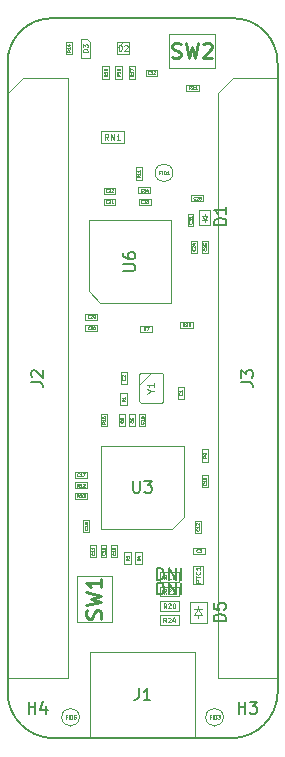
<source format=gbr>
G04 #@! TF.GenerationSoftware,KiCad,Pcbnew,(6.0.5)*
G04 #@! TF.CreationDate,2022-12-13T18:03:46-08:00*
G04 #@! TF.ProjectId,pico-ice,7069636f-2d69-4636-952e-6b696361645f,REV1*
G04 #@! TF.SameCoordinates,Original*
G04 #@! TF.FileFunction,AssemblyDrawing,Top*
%FSLAX46Y46*%
G04 Gerber Fmt 4.6, Leading zero omitted, Abs format (unit mm)*
G04 Created by KiCad (PCBNEW (6.0.5)) date 2022-12-13 18:03:46*
%MOMM*%
%LPD*%
G01*
G04 APERTURE LIST*
%ADD10C,0.127000*%
%ADD11C,0.040000*%
%ADD12C,0.150000*%
%ADD13C,0.060000*%
%ADD14C,0.254000*%
%ADD15C,0.075000*%
%ADD16C,0.050000*%
%ADD17C,0.090000*%
%ADD18C,0.100000*%
G04 APERTURE END LIST*
D10*
X60960000Y-130810000D02*
G75*
G03*
X64770000Y-134620000I3919500J109500D01*
G01*
X83820000Y-77470000D02*
G75*
G03*
X80010000Y-73660000I-3754300J55700D01*
G01*
X60960000Y-130810000D02*
X60960000Y-77470000D01*
X64770000Y-73660000D02*
X80010000Y-73660000D01*
X64770000Y-73660000D02*
G75*
G03*
X60960000Y-77470000I-55700J-3754300D01*
G01*
X80010000Y-134620000D02*
G75*
G03*
X83820000Y-130810000I-109500J3919500D01*
G01*
X80010000Y-134620000D02*
X64770000Y-134620000D01*
X83820000Y-77470000D02*
X83820000Y-130810000D01*
D11*
X69383419Y-78424542D02*
X69259609Y-78511209D01*
X69383419Y-78573114D02*
X69123419Y-78573114D01*
X69123419Y-78474066D01*
X69135800Y-78449304D01*
X69148180Y-78436923D01*
X69172942Y-78424542D01*
X69210085Y-78424542D01*
X69234847Y-78436923D01*
X69247228Y-78449304D01*
X69259609Y-78474066D01*
X69259609Y-78573114D01*
X69383419Y-78176923D02*
X69383419Y-78325495D01*
X69383419Y-78251209D02*
X69123419Y-78251209D01*
X69160561Y-78275971D01*
X69185323Y-78300733D01*
X69197704Y-78325495D01*
X69383419Y-78053114D02*
X69383419Y-78003590D01*
X69371038Y-77978828D01*
X69358657Y-77966447D01*
X69321514Y-77941685D01*
X69271990Y-77929304D01*
X69172942Y-77929304D01*
X69148180Y-77941685D01*
X69135800Y-77954066D01*
X69123419Y-77978828D01*
X69123419Y-78028352D01*
X69135800Y-78053114D01*
X69148180Y-78065495D01*
X69172942Y-78077876D01*
X69234847Y-78077876D01*
X69259609Y-78065495D01*
X69271990Y-78053114D01*
X69284371Y-78028352D01*
X69284371Y-77978828D01*
X69271990Y-77954066D01*
X69259609Y-77941685D01*
X69234847Y-77929304D01*
D12*
X62738095Y-132532380D02*
X62738095Y-131532380D01*
X62738095Y-132008571D02*
X63309523Y-132008571D01*
X63309523Y-132532380D02*
X63309523Y-131532380D01*
X64214285Y-131865714D02*
X64214285Y-132532380D01*
X63976190Y-131484761D02*
X63738095Y-132199047D01*
X64357142Y-132199047D01*
D11*
X72453885Y-107856714D02*
X72465790Y-107868619D01*
X72477695Y-107904333D01*
X72477695Y-107928142D01*
X72465790Y-107963857D01*
X72441980Y-107987666D01*
X72418171Y-107999571D01*
X72370552Y-108011476D01*
X72334838Y-108011476D01*
X72287219Y-107999571D01*
X72263409Y-107987666D01*
X72239600Y-107963857D01*
X72227695Y-107928142D01*
X72227695Y-107904333D01*
X72239600Y-107868619D01*
X72251504Y-107856714D01*
X72477695Y-107618619D02*
X72477695Y-107761476D01*
X72477695Y-107690047D02*
X72227695Y-107690047D01*
X72263409Y-107713857D01*
X72287219Y-107737666D01*
X72299123Y-107761476D01*
X72227695Y-107404333D02*
X72227695Y-107451952D01*
X72239600Y-107475761D01*
X72251504Y-107487666D01*
X72287219Y-107511476D01*
X72334838Y-107523380D01*
X72430076Y-107523380D01*
X72453885Y-107511476D01*
X72465790Y-107499571D01*
X72477695Y-107475761D01*
X72477695Y-107428142D01*
X72465790Y-107404333D01*
X72453885Y-107392428D01*
X72430076Y-107380523D01*
X72370552Y-107380523D01*
X72346742Y-107392428D01*
X72334838Y-107404333D01*
X72322933Y-107428142D01*
X72322933Y-107475761D01*
X72334838Y-107499571D01*
X72346742Y-107511476D01*
X72370552Y-107523380D01*
D13*
X77295352Y-121450019D02*
X76895352Y-121450019D01*
X76895352Y-121297638D01*
X76914400Y-121259542D01*
X76933447Y-121240495D01*
X76971542Y-121221447D01*
X77028685Y-121221447D01*
X77066780Y-121240495D01*
X77085828Y-121259542D01*
X77104876Y-121297638D01*
X77104876Y-121450019D01*
X76895352Y-121107161D02*
X76895352Y-120878590D01*
X77295352Y-120992876D02*
X76895352Y-120992876D01*
X77257257Y-120516685D02*
X77276304Y-120535733D01*
X77295352Y-120592876D01*
X77295352Y-120630971D01*
X77276304Y-120688114D01*
X77238209Y-120726209D01*
X77200114Y-120745257D01*
X77123923Y-120764304D01*
X77066780Y-120764304D01*
X76990590Y-120745257D01*
X76952495Y-120726209D01*
X76914400Y-120688114D01*
X76895352Y-120630971D01*
X76895352Y-120592876D01*
X76914400Y-120535733D01*
X76933447Y-120516685D01*
X77295352Y-120135733D02*
X77295352Y-120364304D01*
X77295352Y-120250019D02*
X76895352Y-120250019D01*
X76952495Y-120288114D01*
X76990590Y-120326209D01*
X77009638Y-120364304D01*
D11*
X67885885Y-99022285D02*
X67873980Y-99034190D01*
X67838266Y-99046095D01*
X67814457Y-99046095D01*
X67778742Y-99034190D01*
X67754933Y-99010380D01*
X67743028Y-98986571D01*
X67731123Y-98938952D01*
X67731123Y-98903238D01*
X67743028Y-98855619D01*
X67754933Y-98831809D01*
X67778742Y-98808000D01*
X67814457Y-98796095D01*
X67838266Y-98796095D01*
X67873980Y-98808000D01*
X67885885Y-98819904D01*
X67981123Y-98819904D02*
X67993028Y-98808000D01*
X68016838Y-98796095D01*
X68076361Y-98796095D01*
X68100171Y-98808000D01*
X68112076Y-98819904D01*
X68123980Y-98843714D01*
X68123980Y-98867523D01*
X68112076Y-98903238D01*
X67969219Y-99046095D01*
X68123980Y-99046095D01*
X68243028Y-99046095D02*
X68290647Y-99046095D01*
X68314457Y-99034190D01*
X68326361Y-99022285D01*
X68350171Y-98986571D01*
X68362076Y-98938952D01*
X68362076Y-98843714D01*
X68350171Y-98819904D01*
X68338266Y-98808000D01*
X68314457Y-98796095D01*
X68266838Y-98796095D01*
X68243028Y-98808000D01*
X68231123Y-98819904D01*
X68219219Y-98843714D01*
X68219219Y-98903238D01*
X68231123Y-98927047D01*
X68243028Y-98938952D01*
X68266838Y-98950857D01*
X68314457Y-98950857D01*
X68338266Y-98938952D01*
X68350171Y-98927047D01*
X68362076Y-98903238D01*
X77152885Y-116899114D02*
X77164790Y-116911019D01*
X77176695Y-116946733D01*
X77176695Y-116970542D01*
X77164790Y-117006257D01*
X77140980Y-117030066D01*
X77117171Y-117041971D01*
X77069552Y-117053876D01*
X77033838Y-117053876D01*
X76986219Y-117041971D01*
X76962409Y-117030066D01*
X76938600Y-117006257D01*
X76926695Y-116970542D01*
X76926695Y-116946733D01*
X76938600Y-116911019D01*
X76950504Y-116899114D01*
X77176695Y-116661019D02*
X77176695Y-116803876D01*
X77176695Y-116732447D02*
X76926695Y-116732447D01*
X76962409Y-116756257D01*
X76986219Y-116780066D01*
X76998123Y-116803876D01*
X76950504Y-116565780D02*
X76938600Y-116553876D01*
X76926695Y-116530066D01*
X76926695Y-116470542D01*
X76938600Y-116446733D01*
X76950504Y-116434828D01*
X76974314Y-116422923D01*
X76998123Y-116422923D01*
X77033838Y-116434828D01*
X77176695Y-116577685D01*
X77176695Y-116422923D01*
X70066285Y-118956514D02*
X70078190Y-118968419D01*
X70090095Y-119004133D01*
X70090095Y-119027942D01*
X70078190Y-119063657D01*
X70054380Y-119087466D01*
X70030571Y-119099371D01*
X69982952Y-119111276D01*
X69947238Y-119111276D01*
X69899619Y-119099371D01*
X69875809Y-119087466D01*
X69852000Y-119063657D01*
X69840095Y-119027942D01*
X69840095Y-119004133D01*
X69852000Y-118968419D01*
X69863904Y-118956514D01*
X70090095Y-118718419D02*
X70090095Y-118861276D01*
X70090095Y-118789847D02*
X69840095Y-118789847D01*
X69875809Y-118813657D01*
X69899619Y-118837466D01*
X69911523Y-118861276D01*
X70090095Y-118599371D02*
X70090095Y-118551752D01*
X70078190Y-118527942D01*
X70066285Y-118516038D01*
X70030571Y-118492228D01*
X69982952Y-118480323D01*
X69887714Y-118480323D01*
X69863904Y-118492228D01*
X69852000Y-118504133D01*
X69840095Y-118527942D01*
X69840095Y-118575561D01*
X69852000Y-118599371D01*
X69863904Y-118611276D01*
X69887714Y-118623180D01*
X69947238Y-118623180D01*
X69971047Y-118611276D01*
X69982952Y-118599371D01*
X69994857Y-118575561D01*
X69994857Y-118527942D01*
X69982952Y-118504133D01*
X69971047Y-118492228D01*
X69947238Y-118480323D01*
X67885885Y-99987485D02*
X67873980Y-99999390D01*
X67838266Y-100011295D01*
X67814457Y-100011295D01*
X67778742Y-99999390D01*
X67754933Y-99975580D01*
X67743028Y-99951771D01*
X67731123Y-99904152D01*
X67731123Y-99868438D01*
X67743028Y-99820819D01*
X67754933Y-99797009D01*
X67778742Y-99773200D01*
X67814457Y-99761295D01*
X67838266Y-99761295D01*
X67873980Y-99773200D01*
X67885885Y-99785104D01*
X67969219Y-99761295D02*
X68123980Y-99761295D01*
X68040647Y-99856533D01*
X68076361Y-99856533D01*
X68100171Y-99868438D01*
X68112076Y-99880342D01*
X68123980Y-99904152D01*
X68123980Y-99963676D01*
X68112076Y-99987485D01*
X68100171Y-99999390D01*
X68076361Y-100011295D01*
X68004933Y-100011295D01*
X67981123Y-99999390D01*
X67969219Y-99987485D01*
X68278742Y-99761295D02*
X68302552Y-99761295D01*
X68326361Y-99773200D01*
X68338266Y-99785104D01*
X68350171Y-99808914D01*
X68362076Y-99856533D01*
X68362076Y-99916057D01*
X68350171Y-99963676D01*
X68338266Y-99987485D01*
X68326361Y-99999390D01*
X68302552Y-100011295D01*
X68278742Y-100011295D01*
X68254933Y-99999390D01*
X68243028Y-99987485D01*
X68231123Y-99963676D01*
X68219219Y-99916057D01*
X68219219Y-99856533D01*
X68231123Y-99808914D01*
X68243028Y-99785104D01*
X68254933Y-99773200D01*
X68278742Y-99761295D01*
D13*
X67744952Y-76495238D02*
X67344952Y-76495238D01*
X67344952Y-76400000D01*
X67364000Y-76342857D01*
X67402095Y-76304761D01*
X67440190Y-76285714D01*
X67516380Y-76266666D01*
X67573523Y-76266666D01*
X67649714Y-76285714D01*
X67687809Y-76304761D01*
X67725904Y-76342857D01*
X67744952Y-76400000D01*
X67744952Y-76495238D01*
X67344952Y-76133333D02*
X67344952Y-75885714D01*
X67497333Y-76019047D01*
X67497333Y-75961904D01*
X67516380Y-75923809D01*
X67535428Y-75904761D01*
X67573523Y-75885714D01*
X67668761Y-75885714D01*
X67706857Y-75904761D01*
X67725904Y-75923809D01*
X67744952Y-75961904D01*
X67744952Y-76076190D01*
X67725904Y-76114285D01*
X67706857Y-76133333D01*
D11*
X66996885Y-112408085D02*
X66984980Y-112419990D01*
X66949266Y-112431895D01*
X66925457Y-112431895D01*
X66889742Y-112419990D01*
X66865933Y-112396180D01*
X66854028Y-112372371D01*
X66842123Y-112324752D01*
X66842123Y-112289038D01*
X66854028Y-112241419D01*
X66865933Y-112217609D01*
X66889742Y-112193800D01*
X66925457Y-112181895D01*
X66949266Y-112181895D01*
X66984980Y-112193800D01*
X66996885Y-112205704D01*
X67234980Y-112431895D02*
X67092123Y-112431895D01*
X67163552Y-112431895D02*
X67163552Y-112181895D01*
X67139742Y-112217609D01*
X67115933Y-112241419D01*
X67092123Y-112253323D01*
X67318314Y-112181895D02*
X67484980Y-112181895D01*
X67377838Y-112431895D01*
X69435285Y-88354285D02*
X69423380Y-88366190D01*
X69387666Y-88378095D01*
X69363857Y-88378095D01*
X69328142Y-88366190D01*
X69304333Y-88342380D01*
X69292428Y-88318571D01*
X69280523Y-88270952D01*
X69280523Y-88235238D01*
X69292428Y-88187619D01*
X69304333Y-88163809D01*
X69328142Y-88140000D01*
X69363857Y-88128095D01*
X69387666Y-88128095D01*
X69423380Y-88140000D01*
X69435285Y-88151904D01*
X69530523Y-88151904D02*
X69542428Y-88140000D01*
X69566238Y-88128095D01*
X69625761Y-88128095D01*
X69649571Y-88140000D01*
X69661476Y-88151904D01*
X69673380Y-88175714D01*
X69673380Y-88199523D01*
X69661476Y-88235238D01*
X69518619Y-88378095D01*
X69673380Y-88378095D01*
X69768619Y-88151904D02*
X69780523Y-88140000D01*
X69804333Y-88128095D01*
X69863857Y-88128095D01*
X69887666Y-88140000D01*
X69899571Y-88151904D01*
X69911476Y-88175714D01*
X69911476Y-88199523D01*
X69899571Y-88235238D01*
X69756714Y-88378095D01*
X69911476Y-88378095D01*
X75943575Y-99736419D02*
X75856908Y-99612609D01*
X75795003Y-99736419D02*
X75795003Y-99476419D01*
X75894051Y-99476419D01*
X75918813Y-99488800D01*
X75931194Y-99501180D01*
X75943575Y-99525942D01*
X75943575Y-99563085D01*
X75931194Y-99587847D01*
X75918813Y-99600228D01*
X75894051Y-99612609D01*
X75795003Y-99612609D01*
X76042622Y-99501180D02*
X76055003Y-99488800D01*
X76079765Y-99476419D01*
X76141670Y-99476419D01*
X76166432Y-99488800D01*
X76178813Y-99501180D01*
X76191194Y-99525942D01*
X76191194Y-99550704D01*
X76178813Y-99587847D01*
X76030241Y-99736419D01*
X76191194Y-99736419D01*
X76426432Y-99476419D02*
X76302622Y-99476419D01*
X76290241Y-99600228D01*
X76302622Y-99587847D01*
X76327384Y-99575466D01*
X76389289Y-99575466D01*
X76414051Y-99587847D01*
X76426432Y-99600228D01*
X76438813Y-99624990D01*
X76438813Y-99686895D01*
X76426432Y-99711657D01*
X76414051Y-99724038D01*
X76389289Y-99736419D01*
X76327384Y-99736419D01*
X76302622Y-99724038D01*
X76290241Y-99711657D01*
X69435285Y-89294085D02*
X69423380Y-89305990D01*
X69387666Y-89317895D01*
X69363857Y-89317895D01*
X69328142Y-89305990D01*
X69304333Y-89282180D01*
X69292428Y-89258371D01*
X69280523Y-89210752D01*
X69280523Y-89175038D01*
X69292428Y-89127419D01*
X69304333Y-89103609D01*
X69328142Y-89079800D01*
X69363857Y-89067895D01*
X69387666Y-89067895D01*
X69423380Y-89079800D01*
X69435285Y-89091704D01*
X69530523Y-89091704D02*
X69542428Y-89079800D01*
X69566238Y-89067895D01*
X69625761Y-89067895D01*
X69649571Y-89079800D01*
X69661476Y-89091704D01*
X69673380Y-89115514D01*
X69673380Y-89139323D01*
X69661476Y-89175038D01*
X69518619Y-89317895D01*
X69673380Y-89317895D01*
X69911476Y-89317895D02*
X69768619Y-89317895D01*
X69840047Y-89317895D02*
X69840047Y-89067895D01*
X69816238Y-89103609D01*
X69792428Y-89127419D01*
X69768619Y-89139323D01*
X77098133Y-118834285D02*
X77086228Y-118846190D01*
X77050514Y-118858095D01*
X77026704Y-118858095D01*
X76990990Y-118846190D01*
X76967180Y-118822380D01*
X76955276Y-118798571D01*
X76943371Y-118750952D01*
X76943371Y-118715238D01*
X76955276Y-118667619D01*
X76967180Y-118643809D01*
X76990990Y-118620000D01*
X77026704Y-118608095D01*
X77050514Y-118608095D01*
X77086228Y-118620000D01*
X77098133Y-118631904D01*
X77181466Y-118608095D02*
X77336228Y-118608095D01*
X77252895Y-118703333D01*
X77288609Y-118703333D01*
X77312419Y-118715238D01*
X77324323Y-118727142D01*
X77336228Y-118750952D01*
X77336228Y-118810476D01*
X77324323Y-118834285D01*
X77312419Y-118846190D01*
X77288609Y-118858095D01*
X77217180Y-118858095D01*
X77193371Y-118846190D01*
X77181466Y-118834285D01*
X71590285Y-107737666D02*
X71602190Y-107749571D01*
X71614095Y-107785285D01*
X71614095Y-107809095D01*
X71602190Y-107844809D01*
X71578380Y-107868619D01*
X71554571Y-107880523D01*
X71506952Y-107892428D01*
X71471238Y-107892428D01*
X71423619Y-107880523D01*
X71399809Y-107868619D01*
X71376000Y-107844809D01*
X71364095Y-107809095D01*
X71364095Y-107785285D01*
X71376000Y-107749571D01*
X71387904Y-107737666D01*
X71364095Y-107511476D02*
X71364095Y-107630523D01*
X71483142Y-107642428D01*
X71471238Y-107630523D01*
X71459333Y-107606714D01*
X71459333Y-107547190D01*
X71471238Y-107523380D01*
X71483142Y-107511476D01*
X71506952Y-107499571D01*
X71566476Y-107499571D01*
X71590285Y-107511476D01*
X71602190Y-107523380D01*
X71614095Y-107547190D01*
X71614095Y-107606714D01*
X71602190Y-107630523D01*
X71590285Y-107642428D01*
D14*
X74887666Y-76968047D02*
X75069095Y-77028523D01*
X75371476Y-77028523D01*
X75492428Y-76968047D01*
X75552904Y-76907571D01*
X75613380Y-76786619D01*
X75613380Y-76665666D01*
X75552904Y-76544714D01*
X75492428Y-76484238D01*
X75371476Y-76423761D01*
X75129571Y-76363285D01*
X75008619Y-76302809D01*
X74948142Y-76242333D01*
X74887666Y-76121380D01*
X74887666Y-76000428D01*
X74948142Y-75879476D01*
X75008619Y-75819000D01*
X75129571Y-75758523D01*
X75431952Y-75758523D01*
X75613380Y-75819000D01*
X76036714Y-75758523D02*
X76339095Y-77028523D01*
X76581000Y-76121380D01*
X76822904Y-77028523D01*
X77125285Y-75758523D01*
X77548619Y-75879476D02*
X77609095Y-75819000D01*
X77730047Y-75758523D01*
X78032428Y-75758523D01*
X78153380Y-75819000D01*
X78213857Y-75879476D01*
X78274333Y-76000428D01*
X78274333Y-76121380D01*
X78213857Y-76302809D01*
X77488142Y-77028523D01*
X78274333Y-77028523D01*
D11*
X72152019Y-119423333D02*
X72028209Y-119510000D01*
X72152019Y-119571904D02*
X71892019Y-119571904D01*
X71892019Y-119472857D01*
X71904400Y-119448095D01*
X71916780Y-119435714D01*
X71941542Y-119423333D01*
X71978685Y-119423333D01*
X72003447Y-119435714D01*
X72015828Y-119448095D01*
X72028209Y-119472857D01*
X72028209Y-119571904D01*
X71978685Y-119200476D02*
X72152019Y-119200476D01*
X71879638Y-119262380D02*
X72065352Y-119324285D01*
X72065352Y-119163333D01*
D12*
X73626790Y-121221780D02*
X73626790Y-120221780D01*
X73864885Y-120221780D01*
X74007742Y-120269400D01*
X74102980Y-120364638D01*
X74150600Y-120459876D01*
X74198219Y-120650352D01*
X74198219Y-120793209D01*
X74150600Y-120983685D01*
X74102980Y-121078923D01*
X74007742Y-121174161D01*
X73864885Y-121221780D01*
X73626790Y-121221780D01*
X74626790Y-121221780D02*
X74626790Y-120221780D01*
X75198219Y-121221780D01*
X75198219Y-120221780D01*
X75674409Y-121221780D02*
X75674409Y-120221780D01*
D13*
X74393457Y-122380352D02*
X74260123Y-122189876D01*
X74164885Y-122380352D02*
X74164885Y-121980352D01*
X74317266Y-121980352D01*
X74355361Y-121999400D01*
X74374409Y-122018447D01*
X74393457Y-122056542D01*
X74393457Y-122113685D01*
X74374409Y-122151780D01*
X74355361Y-122170828D01*
X74317266Y-122189876D01*
X74164885Y-122189876D01*
X74545838Y-122018447D02*
X74564885Y-121999400D01*
X74602980Y-121980352D01*
X74698219Y-121980352D01*
X74736314Y-121999400D01*
X74755361Y-122018447D01*
X74774409Y-122056542D01*
X74774409Y-122094638D01*
X74755361Y-122151780D01*
X74526790Y-122380352D01*
X74774409Y-122380352D01*
X74926790Y-122018447D02*
X74945838Y-121999400D01*
X74983933Y-121980352D01*
X75079171Y-121980352D01*
X75117266Y-121999400D01*
X75136314Y-122018447D01*
X75155361Y-122056542D01*
X75155361Y-122094638D01*
X75136314Y-122151780D01*
X74907742Y-122380352D01*
X75155361Y-122380352D01*
D11*
X71244020Y-119423333D02*
X71120210Y-119510000D01*
X71244020Y-119571904D02*
X70984020Y-119571904D01*
X70984020Y-119472857D01*
X70996401Y-119448095D01*
X71008781Y-119435714D01*
X71033543Y-119423333D01*
X71070686Y-119423333D01*
X71095448Y-119435714D01*
X71107829Y-119448095D01*
X71120210Y-119472857D01*
X71120210Y-119571904D01*
X70984020Y-119188095D02*
X70984020Y-119311904D01*
X71107829Y-119324285D01*
X71095448Y-119311904D01*
X71083067Y-119287142D01*
X71083067Y-119225238D01*
X71095448Y-119200476D01*
X71107829Y-119188095D01*
X71132591Y-119175714D01*
X71194496Y-119175714D01*
X71219258Y-119188095D01*
X71231639Y-119200476D01*
X71244020Y-119225238D01*
X71244020Y-119287142D01*
X71231639Y-119311904D01*
X71219258Y-119324285D01*
X68288285Y-118956514D02*
X68300190Y-118968419D01*
X68312095Y-119004133D01*
X68312095Y-119027942D01*
X68300190Y-119063657D01*
X68276380Y-119087466D01*
X68252571Y-119099371D01*
X68204952Y-119111276D01*
X68169238Y-119111276D01*
X68121619Y-119099371D01*
X68097809Y-119087466D01*
X68074000Y-119063657D01*
X68062095Y-119027942D01*
X68062095Y-119004133D01*
X68074000Y-118968419D01*
X68085904Y-118956514D01*
X68312095Y-118718419D02*
X68312095Y-118861276D01*
X68312095Y-118789847D02*
X68062095Y-118789847D01*
X68097809Y-118813657D01*
X68121619Y-118837466D01*
X68133523Y-118861276D01*
X68312095Y-118480323D02*
X68312095Y-118623180D01*
X68312095Y-118551752D02*
X68062095Y-118551752D01*
X68097809Y-118575561D01*
X68121619Y-118599371D01*
X68133523Y-118623180D01*
X67704085Y-116822914D02*
X67715990Y-116834819D01*
X67727895Y-116870533D01*
X67727895Y-116894342D01*
X67715990Y-116930057D01*
X67692180Y-116953866D01*
X67668371Y-116965771D01*
X67620752Y-116977676D01*
X67585038Y-116977676D01*
X67537419Y-116965771D01*
X67513609Y-116953866D01*
X67489800Y-116930057D01*
X67477895Y-116894342D01*
X67477895Y-116870533D01*
X67489800Y-116834819D01*
X67501704Y-116822914D01*
X67727895Y-116584819D02*
X67727895Y-116727676D01*
X67727895Y-116656247D02*
X67477895Y-116656247D01*
X67513609Y-116680057D01*
X67537419Y-116703866D01*
X67549323Y-116727676D01*
X67585038Y-116441961D02*
X67573133Y-116465771D01*
X67561228Y-116477676D01*
X67537419Y-116489580D01*
X67525514Y-116489580D01*
X67501704Y-116477676D01*
X67489800Y-116465771D01*
X67477895Y-116441961D01*
X67477895Y-116394342D01*
X67489800Y-116370533D01*
X67501704Y-116358628D01*
X67525514Y-116346723D01*
X67537419Y-116346723D01*
X67561228Y-116358628D01*
X67573133Y-116370533D01*
X67585038Y-116394342D01*
X67585038Y-116441961D01*
X67596942Y-116465771D01*
X67608847Y-116477676D01*
X67632657Y-116489580D01*
X67680276Y-116489580D01*
X67704085Y-116477676D01*
X67715990Y-116465771D01*
X67727895Y-116441961D01*
X67727895Y-116394342D01*
X67715990Y-116370533D01*
X67704085Y-116358628D01*
X67680276Y-116346723D01*
X67632657Y-116346723D01*
X67608847Y-116358628D01*
X67596942Y-116370533D01*
X67585038Y-116394342D01*
X71593219Y-78424542D02*
X71469409Y-78511209D01*
X71593219Y-78573114D02*
X71333219Y-78573114D01*
X71333219Y-78474066D01*
X71345600Y-78449304D01*
X71357980Y-78436923D01*
X71382742Y-78424542D01*
X71419885Y-78424542D01*
X71444647Y-78436923D01*
X71457028Y-78449304D01*
X71469409Y-78474066D01*
X71469409Y-78573114D01*
X71593219Y-78176923D02*
X71593219Y-78325495D01*
X71593219Y-78251209D02*
X71333219Y-78251209D01*
X71370361Y-78275971D01*
X71395123Y-78300733D01*
X71407504Y-78325495D01*
X71333219Y-78090257D02*
X71333219Y-77916923D01*
X71593219Y-78028352D01*
X77772803Y-93183585D02*
X77784708Y-93195490D01*
X77796613Y-93231204D01*
X77796613Y-93255013D01*
X77784708Y-93290728D01*
X77760898Y-93314537D01*
X77737089Y-93326442D01*
X77689470Y-93338347D01*
X77653756Y-93338347D01*
X77606137Y-93326442D01*
X77582327Y-93314537D01*
X77558518Y-93290728D01*
X77546613Y-93255013D01*
X77546613Y-93231204D01*
X77558518Y-93195490D01*
X77570422Y-93183585D01*
X77570422Y-93088347D02*
X77558518Y-93076442D01*
X77546613Y-93052632D01*
X77546613Y-92993109D01*
X77558518Y-92969299D01*
X77570422Y-92957394D01*
X77594232Y-92945490D01*
X77618041Y-92945490D01*
X77653756Y-92957394D01*
X77796613Y-93100251D01*
X77796613Y-92945490D01*
X77546613Y-92719299D02*
X77546613Y-92838347D01*
X77665660Y-92850251D01*
X77653756Y-92838347D01*
X77641851Y-92814537D01*
X77641851Y-92755013D01*
X77653756Y-92731204D01*
X77665660Y-92719299D01*
X77689470Y-92707394D01*
X77748994Y-92707394D01*
X77772803Y-92719299D01*
X77784708Y-92731204D01*
X77796613Y-92755013D01*
X77796613Y-92814537D01*
X77784708Y-92838347D01*
X77772803Y-92850251D01*
X72636384Y-100074690D02*
X72549718Y-99950880D01*
X72487813Y-100074690D02*
X72487813Y-99814690D01*
X72586860Y-99814690D01*
X72611622Y-99827071D01*
X72624003Y-99839451D01*
X72636384Y-99864213D01*
X72636384Y-99901356D01*
X72624003Y-99926118D01*
X72611622Y-99938499D01*
X72586860Y-99950880D01*
X72487813Y-99950880D01*
X72723051Y-99814690D02*
X72896384Y-99814690D01*
X72784956Y-100074690D01*
D12*
X72056666Y-130389380D02*
X72056666Y-131103666D01*
X72009047Y-131246523D01*
X71913809Y-131341761D01*
X71770952Y-131389380D01*
X71675714Y-131389380D01*
X73056666Y-131389380D02*
X72485238Y-131389380D01*
X72770952Y-131389380D02*
X72770952Y-130389380D01*
X72675714Y-130532238D01*
X72580476Y-130627476D01*
X72485238Y-130675095D01*
D11*
X75705085Y-105400866D02*
X75716990Y-105412771D01*
X75728895Y-105448485D01*
X75728895Y-105472295D01*
X75716990Y-105508009D01*
X75693180Y-105531819D01*
X75669371Y-105543723D01*
X75621752Y-105555628D01*
X75586038Y-105555628D01*
X75538419Y-105543723D01*
X75514609Y-105531819D01*
X75490800Y-105508009D01*
X75478895Y-105472295D01*
X75478895Y-105448485D01*
X75490800Y-105412771D01*
X75502704Y-105400866D01*
X75728895Y-105162771D02*
X75728895Y-105305628D01*
X75728895Y-105234200D02*
X75478895Y-105234200D01*
X75514609Y-105258009D01*
X75538419Y-105281819D01*
X75550323Y-105305628D01*
X77790819Y-110711133D02*
X77667009Y-110797800D01*
X77790819Y-110859704D02*
X77530819Y-110859704D01*
X77530819Y-110760657D01*
X77543200Y-110735895D01*
X77555580Y-110723514D01*
X77580342Y-110711133D01*
X77617485Y-110711133D01*
X77642247Y-110723514D01*
X77654628Y-110735895D01*
X77667009Y-110760657D01*
X77667009Y-110859704D01*
X77790819Y-110587323D02*
X77790819Y-110537800D01*
X77778438Y-110513038D01*
X77766057Y-110500657D01*
X77728914Y-110475895D01*
X77679390Y-110463514D01*
X77580342Y-110463514D01*
X77555580Y-110475895D01*
X77543200Y-110488276D01*
X77530819Y-110513038D01*
X77530819Y-110562561D01*
X77543200Y-110587323D01*
X77555580Y-110599704D01*
X77580342Y-110612085D01*
X77642247Y-110612085D01*
X77667009Y-110599704D01*
X77679390Y-110587323D01*
X77691771Y-110562561D01*
X77691771Y-110513038D01*
X77679390Y-110488276D01*
X77667009Y-110475895D01*
X77642247Y-110463514D01*
D12*
X80732380Y-104473333D02*
X81446666Y-104473333D01*
X81589523Y-104520952D01*
X81684761Y-104616190D01*
X81732380Y-104759047D01*
X81732380Y-104854285D01*
X80732380Y-104092380D02*
X80732380Y-103473333D01*
X81113333Y-103806666D01*
X81113333Y-103663809D01*
X81160952Y-103568571D01*
X81208571Y-103520952D01*
X81303809Y-103473333D01*
X81541904Y-103473333D01*
X81637142Y-103520952D01*
X81684761Y-103568571D01*
X81732380Y-103663809D01*
X81732380Y-103949523D01*
X81684761Y-104044761D01*
X81637142Y-104092380D01*
D13*
X74391557Y-124818752D02*
X74258223Y-124628276D01*
X74162985Y-124818752D02*
X74162985Y-124418752D01*
X74315366Y-124418752D01*
X74353461Y-124437800D01*
X74372509Y-124456847D01*
X74391557Y-124494942D01*
X74391557Y-124552085D01*
X74372509Y-124590180D01*
X74353461Y-124609228D01*
X74315366Y-124628276D01*
X74162985Y-124628276D01*
X74543938Y-124456847D02*
X74562985Y-124437800D01*
X74601080Y-124418752D01*
X74696319Y-124418752D01*
X74734414Y-124437800D01*
X74753461Y-124456847D01*
X74772509Y-124494942D01*
X74772509Y-124533038D01*
X74753461Y-124590180D01*
X74524890Y-124818752D01*
X74772509Y-124818752D01*
X75115366Y-124552085D02*
X75115366Y-124818752D01*
X75020128Y-124399704D02*
X74924890Y-124685419D01*
X75172509Y-124685419D01*
D12*
X79416780Y-124690095D02*
X78416780Y-124690095D01*
X78416780Y-124452000D01*
X78464400Y-124309142D01*
X78559638Y-124213904D01*
X78654876Y-124166285D01*
X78845352Y-124118666D01*
X78988209Y-124118666D01*
X79178685Y-124166285D01*
X79273923Y-124213904D01*
X79369161Y-124309142D01*
X79416780Y-124452000D01*
X79416780Y-124690095D01*
X78416780Y-123213904D02*
X78416780Y-123690095D01*
X78892971Y-123737714D01*
X78845352Y-123690095D01*
X78797733Y-123594857D01*
X78797733Y-123356761D01*
X78845352Y-123261523D01*
X78892971Y-123213904D01*
X78988209Y-123166285D01*
X79226304Y-123166285D01*
X79321542Y-123213904D01*
X79369161Y-123261523D01*
X79416780Y-123356761D01*
X79416780Y-123594857D01*
X79369161Y-123690095D01*
X79321542Y-123737714D01*
D11*
X77762485Y-113038314D02*
X77774390Y-113050219D01*
X77786295Y-113085933D01*
X77786295Y-113109742D01*
X77774390Y-113145457D01*
X77750580Y-113169266D01*
X77726771Y-113181171D01*
X77679152Y-113193076D01*
X77643438Y-113193076D01*
X77595819Y-113181171D01*
X77572009Y-113169266D01*
X77548200Y-113145457D01*
X77536295Y-113109742D01*
X77536295Y-113085933D01*
X77548200Y-113050219D01*
X77560104Y-113038314D01*
X77786295Y-112800219D02*
X77786295Y-112943076D01*
X77786295Y-112871647D02*
X77536295Y-112871647D01*
X77572009Y-112895457D01*
X77595819Y-112919266D01*
X77607723Y-112943076D01*
X77536295Y-112574028D02*
X77536295Y-112693076D01*
X77655342Y-112704980D01*
X77643438Y-112693076D01*
X77631533Y-112669266D01*
X77631533Y-112609742D01*
X77643438Y-112585933D01*
X77655342Y-112574028D01*
X77679152Y-112562123D01*
X77738676Y-112562123D01*
X77762485Y-112574028D01*
X77774390Y-112585933D01*
X77786295Y-112609742D01*
X77786295Y-112669266D01*
X77774390Y-112693076D01*
X77762485Y-112704980D01*
D15*
X70369952Y-76426190D02*
X70369952Y-75926190D01*
X70489000Y-75926190D01*
X70560428Y-75950000D01*
X70608047Y-75997619D01*
X70631857Y-76045238D01*
X70655666Y-76140476D01*
X70655666Y-76211904D01*
X70631857Y-76307142D01*
X70608047Y-76354761D01*
X70560428Y-76402380D01*
X70489000Y-76426190D01*
X70369952Y-76426190D01*
X70846142Y-75973809D02*
X70869952Y-75950000D01*
X70917571Y-75926190D01*
X71036619Y-75926190D01*
X71084238Y-75950000D01*
X71108047Y-75973809D01*
X71131857Y-76021428D01*
X71131857Y-76069047D01*
X71108047Y-76140476D01*
X70822333Y-76426190D01*
X71131857Y-76426190D01*
D11*
X70726685Y-107737666D02*
X70738590Y-107749571D01*
X70750495Y-107785285D01*
X70750495Y-107809095D01*
X70738590Y-107844809D01*
X70714780Y-107868619D01*
X70690971Y-107880523D01*
X70643352Y-107892428D01*
X70607638Y-107892428D01*
X70560019Y-107880523D01*
X70536209Y-107868619D01*
X70512400Y-107844809D01*
X70500495Y-107809095D01*
X70500495Y-107785285D01*
X70512400Y-107749571D01*
X70524304Y-107737666D01*
X70500495Y-107523380D02*
X70500495Y-107571000D01*
X70512400Y-107594809D01*
X70524304Y-107606714D01*
X70560019Y-107630523D01*
X70607638Y-107642428D01*
X70702876Y-107642428D01*
X70726685Y-107630523D01*
X70738590Y-107618619D01*
X70750495Y-107594809D01*
X70750495Y-107547190D01*
X70738590Y-107523380D01*
X70726685Y-107511476D01*
X70702876Y-107499571D01*
X70643352Y-107499571D01*
X70619542Y-107511476D01*
X70607638Y-107523380D01*
X70595733Y-107547190D01*
X70595733Y-107594809D01*
X70607638Y-107618619D01*
X70619542Y-107630523D01*
X70643352Y-107642428D01*
X66284619Y-76367142D02*
X66160809Y-76453809D01*
X66284619Y-76515714D02*
X66024619Y-76515714D01*
X66024619Y-76416666D01*
X66037000Y-76391904D01*
X66049380Y-76379523D01*
X66074142Y-76367142D01*
X66111285Y-76367142D01*
X66136047Y-76379523D01*
X66148428Y-76391904D01*
X66160809Y-76416666D01*
X66160809Y-76515714D01*
X66284619Y-76119523D02*
X66284619Y-76268095D01*
X66284619Y-76193809D02*
X66024619Y-76193809D01*
X66061761Y-76218571D01*
X66086523Y-76243333D01*
X66098904Y-76268095D01*
X66111285Y-75896666D02*
X66284619Y-75896666D01*
X66012238Y-75958571D02*
X66197952Y-76020476D01*
X66197952Y-75859523D01*
X76543285Y-90917514D02*
X76555190Y-90929419D01*
X76567095Y-90965133D01*
X76567095Y-90988942D01*
X76555190Y-91024657D01*
X76531380Y-91048466D01*
X76507571Y-91060371D01*
X76459952Y-91072276D01*
X76424238Y-91072276D01*
X76376619Y-91060371D01*
X76352809Y-91048466D01*
X76329000Y-91024657D01*
X76317095Y-90988942D01*
X76317095Y-90965133D01*
X76329000Y-90929419D01*
X76340904Y-90917514D01*
X76317095Y-90834180D02*
X76317095Y-90679419D01*
X76412333Y-90762752D01*
X76412333Y-90727038D01*
X76424238Y-90703228D01*
X76436142Y-90691323D01*
X76459952Y-90679419D01*
X76519476Y-90679419D01*
X76543285Y-90691323D01*
X76555190Y-90703228D01*
X76567095Y-90727038D01*
X76567095Y-90798466D01*
X76555190Y-90822276D01*
X76543285Y-90834180D01*
X76567095Y-90441323D02*
X76567095Y-90584180D01*
X76567095Y-90512752D02*
X76317095Y-90512752D01*
X76352809Y-90536561D01*
X76376619Y-90560371D01*
X76388523Y-90584180D01*
X69231019Y-107863142D02*
X69107209Y-107949809D01*
X69231019Y-108011714D02*
X68971019Y-108011714D01*
X68971019Y-107912666D01*
X68983400Y-107887904D01*
X68995780Y-107875523D01*
X69020542Y-107863142D01*
X69057685Y-107863142D01*
X69082447Y-107875523D01*
X69094828Y-107887904D01*
X69107209Y-107912666D01*
X69107209Y-108011714D01*
X69231019Y-107615523D02*
X69231019Y-107764095D01*
X69231019Y-107689809D02*
X68971019Y-107689809D01*
X69008161Y-107714571D01*
X69032923Y-107739333D01*
X69045304Y-107764095D01*
X68971019Y-107392666D02*
X68971019Y-107442190D01*
X68983400Y-107466952D01*
X68995780Y-107479333D01*
X69032923Y-107504095D01*
X69082447Y-107516476D01*
X69181495Y-107516476D01*
X69206257Y-107504095D01*
X69218638Y-107491714D01*
X69231019Y-107466952D01*
X69231019Y-107417428D01*
X69218638Y-107392666D01*
X69206257Y-107380285D01*
X69181495Y-107367904D01*
X69119590Y-107367904D01*
X69094828Y-107380285D01*
X69082447Y-107392666D01*
X69070066Y-107417428D01*
X69070066Y-107466952D01*
X69082447Y-107491714D01*
X69094828Y-107504095D01*
X69119590Y-107516476D01*
X66988457Y-114239819D02*
X66901790Y-114116009D01*
X66839885Y-114239819D02*
X66839885Y-113979819D01*
X66938933Y-113979819D01*
X66963695Y-113992200D01*
X66976076Y-114004580D01*
X66988457Y-114029342D01*
X66988457Y-114066485D01*
X66976076Y-114091247D01*
X66963695Y-114103628D01*
X66938933Y-114116009D01*
X66839885Y-114116009D01*
X67087504Y-114004580D02*
X67099885Y-113992200D01*
X67124647Y-113979819D01*
X67186552Y-113979819D01*
X67211314Y-113992200D01*
X67223695Y-114004580D01*
X67236076Y-114029342D01*
X67236076Y-114054104D01*
X67223695Y-114091247D01*
X67075123Y-114239819D01*
X67236076Y-114239819D01*
X67322742Y-113979819D02*
X67483695Y-113979819D01*
X67397028Y-114078866D01*
X67434171Y-114078866D01*
X67458933Y-114091247D01*
X67471314Y-114103628D01*
X67483695Y-114128390D01*
X67483695Y-114190295D01*
X67471314Y-114215057D01*
X67458933Y-114227438D01*
X67434171Y-114239819D01*
X67359885Y-114239819D01*
X67335123Y-114227438D01*
X67322742Y-114215057D01*
D12*
X62952380Y-104473333D02*
X63666666Y-104473333D01*
X63809523Y-104520952D01*
X63904761Y-104616190D01*
X63952380Y-104759047D01*
X63952380Y-104854285D01*
X63047619Y-104044761D02*
X63000000Y-103997142D01*
X62952380Y-103901904D01*
X62952380Y-103663809D01*
X63000000Y-103568571D01*
X63047619Y-103520952D01*
X63142857Y-103473333D01*
X63238095Y-103473333D01*
X63380952Y-103520952D01*
X63952380Y-104092380D01*
X63952380Y-103473333D01*
D16*
X78164571Y-132820571D02*
X78064571Y-132820571D01*
X78064571Y-132977714D02*
X78064571Y-132677714D01*
X78207428Y-132677714D01*
X78321714Y-132977714D02*
X78321714Y-132677714D01*
X78464571Y-132977714D02*
X78464571Y-132677714D01*
X78536000Y-132677714D01*
X78578857Y-132692000D01*
X78607428Y-132720571D01*
X78621714Y-132749142D01*
X78636000Y-132806285D01*
X78636000Y-132849142D01*
X78621714Y-132906285D01*
X78607428Y-132934857D01*
X78578857Y-132963428D01*
X78536000Y-132977714D01*
X78464571Y-132977714D01*
X78736000Y-132677714D02*
X78921714Y-132677714D01*
X78821714Y-132792000D01*
X78864571Y-132792000D01*
X78893142Y-132806285D01*
X78907428Y-132820571D01*
X78921714Y-132849142D01*
X78921714Y-132920571D01*
X78907428Y-132949142D01*
X78893142Y-132963428D01*
X78864571Y-132977714D01*
X78778857Y-132977714D01*
X78750285Y-132963428D01*
X78736000Y-132949142D01*
D11*
X72404485Y-89294085D02*
X72392580Y-89305990D01*
X72356866Y-89317895D01*
X72333057Y-89317895D01*
X72297342Y-89305990D01*
X72273533Y-89282180D01*
X72261628Y-89258371D01*
X72249723Y-89210752D01*
X72249723Y-89175038D01*
X72261628Y-89127419D01*
X72273533Y-89103609D01*
X72297342Y-89079800D01*
X72333057Y-89067895D01*
X72356866Y-89067895D01*
X72392580Y-89079800D01*
X72404485Y-89091704D01*
X72487819Y-89067895D02*
X72642580Y-89067895D01*
X72559247Y-89163133D01*
X72594961Y-89163133D01*
X72618771Y-89175038D01*
X72630676Y-89186942D01*
X72642580Y-89210752D01*
X72642580Y-89270276D01*
X72630676Y-89294085D01*
X72618771Y-89305990D01*
X72594961Y-89317895D01*
X72523533Y-89317895D01*
X72499723Y-89305990D01*
X72487819Y-89294085D01*
X72725914Y-89067895D02*
X72880676Y-89067895D01*
X72797342Y-89163133D01*
X72833057Y-89163133D01*
X72856866Y-89175038D01*
X72868771Y-89186942D01*
X72880676Y-89210752D01*
X72880676Y-89270276D01*
X72868771Y-89294085D01*
X72856866Y-89305990D01*
X72833057Y-89317895D01*
X72761628Y-89317895D01*
X72737819Y-89305990D01*
X72725914Y-89294085D01*
D14*
X68840047Y-124502333D02*
X68900523Y-124320904D01*
X68900523Y-124018523D01*
X68840047Y-123897571D01*
X68779571Y-123837095D01*
X68658619Y-123776619D01*
X68537666Y-123776619D01*
X68416714Y-123837095D01*
X68356238Y-123897571D01*
X68295761Y-124018523D01*
X68235285Y-124260428D01*
X68174809Y-124381380D01*
X68114333Y-124441857D01*
X67993380Y-124502333D01*
X67872428Y-124502333D01*
X67751476Y-124441857D01*
X67691000Y-124381380D01*
X67630523Y-124260428D01*
X67630523Y-123958047D01*
X67691000Y-123776619D01*
X67630523Y-123353285D02*
X68900523Y-123050904D01*
X67993380Y-122809000D01*
X68900523Y-122567095D01*
X67630523Y-122264714D01*
X68900523Y-121115666D02*
X68900523Y-121841380D01*
X68900523Y-121478523D02*
X67630523Y-121478523D01*
X67811952Y-121599476D01*
X67932904Y-121720428D01*
X67993380Y-121841380D01*
D11*
X70475619Y-78424542D02*
X70351809Y-78511209D01*
X70475619Y-78573114D02*
X70215619Y-78573114D01*
X70215619Y-78474066D01*
X70228000Y-78449304D01*
X70240380Y-78436923D01*
X70265142Y-78424542D01*
X70302285Y-78424542D01*
X70327047Y-78436923D01*
X70339428Y-78449304D01*
X70351809Y-78474066D01*
X70351809Y-78573114D01*
X70475619Y-78176923D02*
X70475619Y-78325495D01*
X70475619Y-78251209D02*
X70215619Y-78251209D01*
X70252761Y-78275971D01*
X70277523Y-78300733D01*
X70289904Y-78325495D01*
X70327047Y-78028352D02*
X70314666Y-78053114D01*
X70302285Y-78065495D01*
X70277523Y-78077876D01*
X70265142Y-78077876D01*
X70240380Y-78065495D01*
X70228000Y-78053114D01*
X70215619Y-78028352D01*
X70215619Y-77978828D01*
X70228000Y-77954066D01*
X70240380Y-77941685D01*
X70265142Y-77929304D01*
X70277523Y-77929304D01*
X70302285Y-77941685D01*
X70314666Y-77954066D01*
X70327047Y-77978828D01*
X70327047Y-78028352D01*
X70339428Y-78053114D01*
X70351809Y-78065495D01*
X70376571Y-78077876D01*
X70426095Y-78077876D01*
X70450857Y-78065495D01*
X70463238Y-78053114D01*
X70475619Y-78028352D01*
X70475619Y-77978828D01*
X70463238Y-77954066D01*
X70450857Y-77941685D01*
X70426095Y-77929304D01*
X70376571Y-77929304D01*
X70351809Y-77941685D01*
X70339428Y-77954066D01*
X70327047Y-77978828D01*
D15*
X69489679Y-83978061D02*
X69323013Y-83739966D01*
X69203965Y-83978061D02*
X69203965Y-83478061D01*
X69394441Y-83478061D01*
X69442060Y-83501871D01*
X69465870Y-83525680D01*
X69489679Y-83573299D01*
X69489679Y-83644728D01*
X69465870Y-83692347D01*
X69442060Y-83716156D01*
X69394441Y-83739966D01*
X69203965Y-83739966D01*
X69703965Y-83978061D02*
X69703965Y-83478061D01*
X69989679Y-83978061D01*
X69989679Y-83478061D01*
X70489679Y-83978061D02*
X70203965Y-83978061D01*
X70346822Y-83978061D02*
X70346822Y-83478061D01*
X70299203Y-83549490D01*
X70251584Y-83597109D01*
X70203965Y-83620918D01*
D11*
X76464657Y-79670419D02*
X76377990Y-79546609D01*
X76316085Y-79670419D02*
X76316085Y-79410419D01*
X76415133Y-79410419D01*
X76439895Y-79422800D01*
X76452276Y-79435180D01*
X76464657Y-79459942D01*
X76464657Y-79497085D01*
X76452276Y-79521847D01*
X76439895Y-79534228D01*
X76415133Y-79546609D01*
X76316085Y-79546609D01*
X76563704Y-79435180D02*
X76576085Y-79422800D01*
X76600847Y-79410419D01*
X76662752Y-79410419D01*
X76687514Y-79422800D01*
X76699895Y-79435180D01*
X76712276Y-79459942D01*
X76712276Y-79484704D01*
X76699895Y-79521847D01*
X76551323Y-79670419D01*
X76712276Y-79670419D01*
X76959895Y-79670419D02*
X76811323Y-79670419D01*
X76885609Y-79670419D02*
X76885609Y-79410419D01*
X76860847Y-79447561D01*
X76836085Y-79472323D01*
X76811323Y-79484704D01*
D12*
X71602695Y-112837980D02*
X71602695Y-113647504D01*
X71650314Y-113742742D01*
X71697933Y-113790361D01*
X71793171Y-113837980D01*
X71983647Y-113837980D01*
X72078885Y-113790361D01*
X72126504Y-113742742D01*
X72174123Y-113647504D01*
X72174123Y-112837980D01*
X72555076Y-112837980D02*
X73174123Y-112837980D01*
X72840790Y-113218933D01*
X72983647Y-113218933D01*
X73078885Y-113266552D01*
X73126504Y-113314171D01*
X73174123Y-113409409D01*
X73174123Y-113647504D01*
X73126504Y-113742742D01*
X73078885Y-113790361D01*
X72983647Y-113837980D01*
X72697933Y-113837980D01*
X72602695Y-113790361D01*
X72555076Y-113742742D01*
X73626790Y-122440980D02*
X73626790Y-121440980D01*
X73864885Y-121440980D01*
X74007742Y-121488600D01*
X74102980Y-121583838D01*
X74150600Y-121679076D01*
X74198219Y-121869552D01*
X74198219Y-122012409D01*
X74150600Y-122202885D01*
X74102980Y-122298123D01*
X74007742Y-122393361D01*
X73864885Y-122440980D01*
X73626790Y-122440980D01*
X74626790Y-122440980D02*
X74626790Y-121440980D01*
X75198219Y-122440980D01*
X75198219Y-121440980D01*
X75674409Y-122440980D02*
X75674409Y-121440980D01*
D13*
X74393457Y-123599552D02*
X74260123Y-123409076D01*
X74164885Y-123599552D02*
X74164885Y-123199552D01*
X74317266Y-123199552D01*
X74355361Y-123218600D01*
X74374409Y-123237647D01*
X74393457Y-123275742D01*
X74393457Y-123332885D01*
X74374409Y-123370980D01*
X74355361Y-123390028D01*
X74317266Y-123409076D01*
X74164885Y-123409076D01*
X74545838Y-123237647D02*
X74564885Y-123218600D01*
X74602980Y-123199552D01*
X74698219Y-123199552D01*
X74736314Y-123218600D01*
X74755361Y-123237647D01*
X74774409Y-123275742D01*
X74774409Y-123313838D01*
X74755361Y-123370980D01*
X74526790Y-123599552D01*
X74774409Y-123599552D01*
X75022028Y-123199552D02*
X75060123Y-123199552D01*
X75098219Y-123218600D01*
X75117266Y-123237647D01*
X75136314Y-123275742D01*
X75155361Y-123351933D01*
X75155361Y-123447171D01*
X75136314Y-123523361D01*
X75117266Y-123561457D01*
X75098219Y-123580504D01*
X75060123Y-123599552D01*
X75022028Y-123599552D01*
X74983933Y-123580504D01*
X74964885Y-123561457D01*
X74945838Y-123523361D01*
X74926790Y-123447171D01*
X74926790Y-123351933D01*
X74945838Y-123275742D01*
X74964885Y-123237647D01*
X74983933Y-123218600D01*
X75022028Y-123199552D01*
D16*
X73882289Y-86727642D02*
X73782289Y-86727642D01*
X73782289Y-86884785D02*
X73782289Y-86584785D01*
X73925146Y-86584785D01*
X74039432Y-86884785D02*
X74039432Y-86584785D01*
X74182289Y-86884785D02*
X74182289Y-86584785D01*
X74253718Y-86584785D01*
X74296575Y-86599071D01*
X74325146Y-86627642D01*
X74339432Y-86656213D01*
X74353718Y-86713356D01*
X74353718Y-86756213D01*
X74339432Y-86813356D01*
X74325146Y-86841928D01*
X74296575Y-86870499D01*
X74253718Y-86884785D01*
X74182289Y-86884785D01*
X74639432Y-86884785D02*
X74468003Y-86884785D01*
X74553718Y-86884785D02*
X74553718Y-86584785D01*
X74525146Y-86627642D01*
X74496575Y-86656213D01*
X74468003Y-86670499D01*
D11*
X72187737Y-86992413D02*
X72063927Y-87079080D01*
X72187737Y-87140985D02*
X71927737Y-87140985D01*
X71927737Y-87041937D01*
X71940118Y-87017175D01*
X71952498Y-87004794D01*
X71977260Y-86992413D01*
X72014403Y-86992413D01*
X72039165Y-87004794D01*
X72051546Y-87017175D01*
X72063927Y-87041937D01*
X72063927Y-87140985D01*
X72187737Y-86744794D02*
X72187737Y-86893366D01*
X72187737Y-86819080D02*
X71927737Y-86819080D01*
X71964879Y-86843842D01*
X71989641Y-86868604D01*
X72002022Y-86893366D01*
X72187737Y-86497175D02*
X72187737Y-86645747D01*
X72187737Y-86571461D02*
X71927737Y-86571461D01*
X71964879Y-86596223D01*
X71989641Y-86620985D01*
X72002022Y-86645747D01*
D17*
X73112314Y-105238514D02*
X73398028Y-105238514D01*
X72798028Y-105438514D02*
X73112314Y-105238514D01*
X72798028Y-105038514D01*
X73398028Y-104524228D02*
X73398028Y-104867085D01*
X73398028Y-104695657D02*
X72798028Y-104695657D01*
X72883742Y-104752800D01*
X72940885Y-104809942D01*
X72969457Y-104867085D01*
D12*
X79482098Y-91162095D02*
X78482098Y-91162095D01*
X78482098Y-90924000D01*
X78529718Y-90781142D01*
X78624956Y-90685904D01*
X78720194Y-90638285D01*
X78910670Y-90590666D01*
X79053527Y-90590666D01*
X79244003Y-90638285D01*
X79339241Y-90685904D01*
X79434479Y-90781142D01*
X79482098Y-90924000D01*
X79482098Y-91162095D01*
X79482098Y-89638285D02*
X79482098Y-90209714D01*
X79482098Y-89924000D02*
X78482098Y-89924000D01*
X78624956Y-90019238D01*
X78720194Y-90114476D01*
X78767813Y-90209714D01*
X70775580Y-95046704D02*
X71585104Y-95046704D01*
X71680342Y-94999085D01*
X71727961Y-94951466D01*
X71775580Y-94856228D01*
X71775580Y-94665752D01*
X71727961Y-94570514D01*
X71680342Y-94522895D01*
X71585104Y-94475276D01*
X70775580Y-94475276D01*
X70775580Y-93570514D02*
X70775580Y-93760990D01*
X70823200Y-93856228D01*
X70870819Y-93903847D01*
X71013676Y-93999085D01*
X71204152Y-94046704D01*
X71585104Y-94046704D01*
X71680342Y-93999085D01*
X71727961Y-93951466D01*
X71775580Y-93856228D01*
X71775580Y-93665752D01*
X71727961Y-93570514D01*
X71680342Y-93522895D01*
X71585104Y-93475276D01*
X71347009Y-93475276D01*
X71251771Y-93522895D01*
X71204152Y-93570514D01*
X71156533Y-93665752D01*
X71156533Y-93856228D01*
X71204152Y-93951466D01*
X71251771Y-93999085D01*
X71347009Y-94046704D01*
X80518095Y-132532380D02*
X80518095Y-131532380D01*
X80518095Y-132008571D02*
X81089523Y-132008571D01*
X81089523Y-132532380D02*
X81089523Y-131532380D01*
X81470476Y-131532380D02*
X82089523Y-131532380D01*
X81756190Y-131913333D01*
X81899047Y-131913333D01*
X81994285Y-131960952D01*
X82041904Y-132008571D01*
X82089523Y-132103809D01*
X82089523Y-132341904D01*
X82041904Y-132437142D01*
X81994285Y-132484761D01*
X81899047Y-132532380D01*
X81613333Y-132532380D01*
X81518095Y-132484761D01*
X81470476Y-132437142D01*
D11*
X76852085Y-88989285D02*
X76840180Y-89001190D01*
X76804466Y-89013095D01*
X76780657Y-89013095D01*
X76744942Y-89001190D01*
X76721133Y-88977380D01*
X76709228Y-88953571D01*
X76697323Y-88905952D01*
X76697323Y-88870238D01*
X76709228Y-88822619D01*
X76721133Y-88798809D01*
X76744942Y-88775000D01*
X76780657Y-88763095D01*
X76804466Y-88763095D01*
X76840180Y-88775000D01*
X76852085Y-88786904D01*
X76947323Y-88786904D02*
X76959228Y-88775000D01*
X76983038Y-88763095D01*
X77042561Y-88763095D01*
X77066371Y-88775000D01*
X77078276Y-88786904D01*
X77090180Y-88810714D01*
X77090180Y-88834523D01*
X77078276Y-88870238D01*
X76935419Y-89013095D01*
X77090180Y-89013095D01*
X77233038Y-88870238D02*
X77209228Y-88858333D01*
X77197323Y-88846428D01*
X77185419Y-88822619D01*
X77185419Y-88810714D01*
X77197323Y-88786904D01*
X77209228Y-88775000D01*
X77233038Y-88763095D01*
X77280657Y-88763095D01*
X77304466Y-88775000D01*
X77316371Y-88786904D01*
X77328276Y-88810714D01*
X77328276Y-88822619D01*
X77316371Y-88846428D01*
X77304466Y-88858333D01*
X77280657Y-88870238D01*
X77233038Y-88870238D01*
X77209228Y-88882142D01*
X77197323Y-88894047D01*
X77185419Y-88917857D01*
X77185419Y-88965476D01*
X77197323Y-88989285D01*
X77209228Y-89001190D01*
X77233038Y-89013095D01*
X77280657Y-89013095D01*
X77304466Y-89001190D01*
X77316371Y-88989285D01*
X77328276Y-88965476D01*
X77328276Y-88917857D01*
X77316371Y-88894047D01*
X77304466Y-88882142D01*
X77280657Y-88870238D01*
X69177285Y-118956514D02*
X69189190Y-118968419D01*
X69201095Y-119004133D01*
X69201095Y-119027942D01*
X69189190Y-119063657D01*
X69165380Y-119087466D01*
X69141571Y-119099371D01*
X69093952Y-119111276D01*
X69058238Y-119111276D01*
X69010619Y-119099371D01*
X68986809Y-119087466D01*
X68963000Y-119063657D01*
X68951095Y-119027942D01*
X68951095Y-119004133D01*
X68963000Y-118968419D01*
X68974904Y-118956514D01*
X69201095Y-118718419D02*
X69201095Y-118861276D01*
X69201095Y-118789847D02*
X68951095Y-118789847D01*
X68986809Y-118813657D01*
X69010619Y-118837466D01*
X69022523Y-118861276D01*
X68951095Y-118563657D02*
X68951095Y-118539847D01*
X68963000Y-118516038D01*
X68974904Y-118504133D01*
X68998714Y-118492228D01*
X69046333Y-118480323D01*
X69105857Y-118480323D01*
X69153476Y-118492228D01*
X69177285Y-118504133D01*
X69189190Y-118516038D01*
X69201095Y-118539847D01*
X69201095Y-118563657D01*
X69189190Y-118587466D01*
X69177285Y-118599371D01*
X69153476Y-118611276D01*
X69105857Y-118623180D01*
X69046333Y-118623180D01*
X68998714Y-118611276D01*
X68974904Y-118599371D01*
X68963000Y-118587466D01*
X68951095Y-118563657D01*
X70879085Y-104130866D02*
X70890990Y-104142771D01*
X70902895Y-104178485D01*
X70902895Y-104202295D01*
X70890990Y-104238009D01*
X70867180Y-104261819D01*
X70843371Y-104273723D01*
X70795752Y-104285628D01*
X70760038Y-104285628D01*
X70712419Y-104273723D01*
X70688609Y-104261819D01*
X70664800Y-104238009D01*
X70652895Y-104202295D01*
X70652895Y-104178485D01*
X70664800Y-104142771D01*
X70676704Y-104130866D01*
X70676704Y-104035628D02*
X70664800Y-104023723D01*
X70652895Y-103999914D01*
X70652895Y-103940390D01*
X70664800Y-103916580D01*
X70676704Y-103904676D01*
X70700514Y-103892771D01*
X70724323Y-103892771D01*
X70760038Y-103904676D01*
X70902895Y-104047533D01*
X70902895Y-103892771D01*
X72381685Y-88328885D02*
X72369780Y-88340790D01*
X72334066Y-88352695D01*
X72310257Y-88352695D01*
X72274542Y-88340790D01*
X72250733Y-88316980D01*
X72238828Y-88293171D01*
X72226923Y-88245552D01*
X72226923Y-88209838D01*
X72238828Y-88162219D01*
X72250733Y-88138409D01*
X72274542Y-88114600D01*
X72310257Y-88102695D01*
X72334066Y-88102695D01*
X72369780Y-88114600D01*
X72381685Y-88126504D01*
X72465019Y-88102695D02*
X72619780Y-88102695D01*
X72536447Y-88197933D01*
X72572161Y-88197933D01*
X72595971Y-88209838D01*
X72607876Y-88221742D01*
X72619780Y-88245552D01*
X72619780Y-88305076D01*
X72607876Y-88328885D01*
X72595971Y-88340790D01*
X72572161Y-88352695D01*
X72500733Y-88352695D01*
X72476923Y-88340790D01*
X72465019Y-88328885D01*
X72834066Y-88186028D02*
X72834066Y-88352695D01*
X72774542Y-88090790D02*
X72715019Y-88269361D01*
X72869780Y-88269361D01*
X66990457Y-113325419D02*
X66903790Y-113201609D01*
X66841885Y-113325419D02*
X66841885Y-113065419D01*
X66940933Y-113065419D01*
X66965695Y-113077800D01*
X66978076Y-113090180D01*
X66990457Y-113114942D01*
X66990457Y-113152085D01*
X66978076Y-113176847D01*
X66965695Y-113189228D01*
X66940933Y-113201609D01*
X66841885Y-113201609D01*
X67238076Y-113325419D02*
X67089504Y-113325419D01*
X67163790Y-113325419D02*
X67163790Y-113065419D01*
X67139028Y-113102561D01*
X67114266Y-113127323D01*
X67089504Y-113139704D01*
X67337123Y-113090180D02*
X67349504Y-113077800D01*
X67374266Y-113065419D01*
X67436171Y-113065419D01*
X67460933Y-113077800D01*
X67473314Y-113090180D01*
X67485695Y-113114942D01*
X67485695Y-113139704D01*
X67473314Y-113176847D01*
X67324742Y-113325419D01*
X67485695Y-113325419D01*
X70907419Y-105961333D02*
X70783609Y-106048000D01*
X70907419Y-106109904D02*
X70647419Y-106109904D01*
X70647419Y-106010857D01*
X70659800Y-105986095D01*
X70672180Y-105973714D01*
X70696942Y-105961333D01*
X70734085Y-105961333D01*
X70758847Y-105973714D01*
X70771228Y-105986095D01*
X70783609Y-106010857D01*
X70783609Y-106109904D01*
X70907419Y-105713714D02*
X70907419Y-105862285D01*
X70907419Y-105788000D02*
X70647419Y-105788000D01*
X70684561Y-105812761D01*
X70709323Y-105837523D01*
X70721704Y-105862285D01*
D13*
X74393457Y-121161152D02*
X74260123Y-120970676D01*
X74164885Y-121161152D02*
X74164885Y-120761152D01*
X74317266Y-120761152D01*
X74355361Y-120780200D01*
X74374409Y-120799247D01*
X74393457Y-120837342D01*
X74393457Y-120894485D01*
X74374409Y-120932580D01*
X74355361Y-120951628D01*
X74317266Y-120970676D01*
X74164885Y-120970676D01*
X74774409Y-121161152D02*
X74545838Y-121161152D01*
X74660123Y-121161152D02*
X74660123Y-120761152D01*
X74622028Y-120818295D01*
X74583933Y-120856390D01*
X74545838Y-120875438D01*
X75022028Y-120761152D02*
X75060123Y-120761152D01*
X75098219Y-120780200D01*
X75117266Y-120799247D01*
X75136314Y-120837342D01*
X75155361Y-120913533D01*
X75155361Y-121008771D01*
X75136314Y-121084961D01*
X75117266Y-121123057D01*
X75098219Y-121142104D01*
X75060123Y-121161152D01*
X75022028Y-121161152D01*
X74983933Y-121142104D01*
X74964885Y-121123057D01*
X74945838Y-121084961D01*
X74926790Y-121008771D01*
X74926790Y-120913533D01*
X74945838Y-120837342D01*
X74964885Y-120799247D01*
X74983933Y-120780200D01*
X75022028Y-120761152D01*
D11*
X76807603Y-93183585D02*
X76819508Y-93195490D01*
X76831413Y-93231204D01*
X76831413Y-93255013D01*
X76819508Y-93290728D01*
X76795698Y-93314537D01*
X76771889Y-93326442D01*
X76724270Y-93338347D01*
X76688556Y-93338347D01*
X76640937Y-93326442D01*
X76617127Y-93314537D01*
X76593318Y-93290728D01*
X76581413Y-93255013D01*
X76581413Y-93231204D01*
X76593318Y-93195490D01*
X76605222Y-93183585D01*
X76605222Y-93088347D02*
X76593318Y-93076442D01*
X76581413Y-93052632D01*
X76581413Y-92993109D01*
X76593318Y-92969299D01*
X76605222Y-92957394D01*
X76629032Y-92945490D01*
X76652841Y-92945490D01*
X76688556Y-92957394D01*
X76831413Y-93100251D01*
X76831413Y-92945490D01*
X76664746Y-92731204D02*
X76831413Y-92731204D01*
X76569508Y-92790728D02*
X76748079Y-92850251D01*
X76748079Y-92695490D01*
D16*
X65972571Y-132820571D02*
X65872571Y-132820571D01*
X65872571Y-132977714D02*
X65872571Y-132677714D01*
X66015428Y-132677714D01*
X66129714Y-132977714D02*
X66129714Y-132677714D01*
X66272571Y-132977714D02*
X66272571Y-132677714D01*
X66344000Y-132677714D01*
X66386857Y-132692000D01*
X66415428Y-132720571D01*
X66429714Y-132749142D01*
X66444000Y-132806285D01*
X66444000Y-132849142D01*
X66429714Y-132906285D01*
X66415428Y-132934857D01*
X66386857Y-132963428D01*
X66344000Y-132977714D01*
X66272571Y-132977714D01*
X66715428Y-132677714D02*
X66572571Y-132677714D01*
X66558285Y-132820571D01*
X66572571Y-132806285D01*
X66601142Y-132792000D01*
X66672571Y-132792000D01*
X66701142Y-132806285D01*
X66715428Y-132820571D01*
X66729714Y-132849142D01*
X66729714Y-132920571D01*
X66715428Y-132949142D01*
X66701142Y-132963428D01*
X66672571Y-132977714D01*
X66601142Y-132977714D01*
X66572571Y-132963428D01*
X66558285Y-132949142D01*
D11*
X72991285Y-78372085D02*
X72979380Y-78383990D01*
X72943666Y-78395895D01*
X72919857Y-78395895D01*
X72884142Y-78383990D01*
X72860333Y-78360180D01*
X72848428Y-78336371D01*
X72836523Y-78288752D01*
X72836523Y-78253038D01*
X72848428Y-78205419D01*
X72860333Y-78181609D01*
X72884142Y-78157800D01*
X72919857Y-78145895D01*
X72943666Y-78145895D01*
X72979380Y-78157800D01*
X72991285Y-78169704D01*
X73074619Y-78145895D02*
X73229380Y-78145895D01*
X73146047Y-78241133D01*
X73181761Y-78241133D01*
X73205571Y-78253038D01*
X73217476Y-78264942D01*
X73229380Y-78288752D01*
X73229380Y-78348276D01*
X73217476Y-78372085D01*
X73205571Y-78383990D01*
X73181761Y-78395895D01*
X73110333Y-78395895D01*
X73086523Y-78383990D01*
X73074619Y-78372085D01*
X73324619Y-78169704D02*
X73336523Y-78157800D01*
X73360333Y-78145895D01*
X73419857Y-78145895D01*
X73443666Y-78157800D01*
X73455571Y-78169704D01*
X73467476Y-78193514D01*
X73467476Y-78217323D01*
X73455571Y-78253038D01*
X73312714Y-78395895D01*
X73467476Y-78395895D01*
D18*
X68995800Y-77732400D02*
X69535800Y-77732400D01*
X69535800Y-78782400D02*
X68995800Y-78782400D01*
X69535800Y-77732400D02*
X69535800Y-78782400D01*
X68995800Y-78782400D02*
X68995800Y-77732400D01*
X72114600Y-107196000D02*
X72614600Y-107196000D01*
X72614600Y-108196000D02*
X72114600Y-108196000D01*
X72114600Y-108196000D02*
X72114600Y-107196000D01*
X72614600Y-107196000D02*
X72614600Y-108196000D01*
X77526900Y-121602400D02*
X76701900Y-121602400D01*
X76701900Y-121602400D02*
X76701900Y-120002400D01*
X77526900Y-120002400D02*
X77526900Y-121602400D01*
X76701900Y-120002400D02*
X77526900Y-120002400D01*
X68546600Y-98683000D02*
X68546600Y-99183000D01*
X67546600Y-98683000D02*
X68546600Y-98683000D01*
X68546600Y-99183000D02*
X67546600Y-99183000D01*
X67546600Y-99183000D02*
X67546600Y-98683000D01*
X76813600Y-116238400D02*
X77313600Y-116238400D01*
X77313600Y-116238400D02*
X77313600Y-117238400D01*
X77313600Y-117238400D02*
X76813600Y-117238400D01*
X76813600Y-117238400D02*
X76813600Y-116238400D01*
X69727000Y-118295800D02*
X70227000Y-118295800D01*
X69727000Y-119295800D02*
X69727000Y-118295800D01*
X70227000Y-118295800D02*
X70227000Y-119295800D01*
X70227000Y-119295800D02*
X69727000Y-119295800D01*
X67546600Y-99648200D02*
X68546600Y-99648200D01*
X68546600Y-99648200D02*
X68546600Y-100148200D01*
X68546600Y-100148200D02*
X67546600Y-100148200D01*
X67546600Y-100148200D02*
X67546600Y-99648200D01*
X67164000Y-77000000D02*
X67964000Y-77000000D01*
X67964000Y-75700000D02*
X67664000Y-75400000D01*
X67964000Y-77000000D02*
X67964000Y-75700000D01*
X67164000Y-75400000D02*
X67164000Y-77000000D01*
X67664000Y-75400000D02*
X67164000Y-75400000D01*
X66657600Y-112068800D02*
X67657600Y-112068800D01*
X66657600Y-112568800D02*
X66657600Y-112068800D01*
X67657600Y-112568800D02*
X66657600Y-112568800D01*
X67657600Y-112068800D02*
X67657600Y-112568800D01*
X70096000Y-88515000D02*
X69096000Y-88515000D01*
X69096000Y-88015000D02*
X70096000Y-88015000D01*
X69096000Y-88515000D02*
X69096000Y-88015000D01*
X70096000Y-88015000D02*
X70096000Y-88515000D01*
X76635718Y-99888800D02*
X75585718Y-99888800D01*
X75585718Y-99888800D02*
X75585718Y-99348800D01*
X75585718Y-99348800D02*
X76635718Y-99348800D01*
X76635718Y-99348800D02*
X76635718Y-99888800D01*
X70096000Y-88954800D02*
X70096000Y-89454800D01*
X70096000Y-89454800D02*
X69096000Y-89454800D01*
X69096000Y-89454800D02*
X69096000Y-88954800D01*
X69096000Y-88954800D02*
X70096000Y-88954800D01*
X76639800Y-118495000D02*
X77639800Y-118495000D01*
X77639800Y-118495000D02*
X77639800Y-118995000D01*
X77639800Y-118995000D02*
X76639800Y-118995000D01*
X76639800Y-118995000D02*
X76639800Y-118495000D01*
X71751000Y-108196000D02*
X71251000Y-108196000D01*
X71751000Y-107196000D02*
X71751000Y-108196000D01*
X71251000Y-108196000D02*
X71251000Y-107196000D01*
X71251000Y-107196000D02*
X71751000Y-107196000D01*
X74631000Y-77904000D02*
X74631000Y-75004000D01*
X78531000Y-77904000D02*
X74631000Y-77904000D01*
X74631000Y-75004000D02*
X78531000Y-75004000D01*
X78531000Y-75004000D02*
X78531000Y-77904000D01*
X72304400Y-119905000D02*
X71764400Y-119905000D01*
X72304400Y-118855000D02*
X72304400Y-119905000D01*
X71764400Y-119905000D02*
X71764400Y-118855000D01*
X71764400Y-118855000D02*
X72304400Y-118855000D01*
X75450600Y-121786900D02*
X75450600Y-122611900D01*
X73850600Y-122611900D02*
X73850600Y-121786900D01*
X75450600Y-122611900D02*
X73850600Y-122611900D01*
X73850600Y-121786900D02*
X75450600Y-121786900D01*
X70856401Y-118855000D02*
X71396401Y-118855000D01*
X70856401Y-119905000D02*
X70856401Y-118855000D01*
X71396401Y-118855000D02*
X71396401Y-119905000D01*
X71396401Y-119905000D02*
X70856401Y-119905000D01*
X67949000Y-118295800D02*
X68449000Y-118295800D01*
X67949000Y-119295800D02*
X67949000Y-118295800D01*
X68449000Y-119295800D02*
X67949000Y-119295800D01*
X68449000Y-118295800D02*
X68449000Y-119295800D01*
X67364800Y-117162200D02*
X67364800Y-116162200D01*
X67364800Y-116162200D02*
X67864800Y-116162200D01*
X67864800Y-117162200D02*
X67364800Y-117162200D01*
X67864800Y-116162200D02*
X67864800Y-117162200D01*
X71205600Y-77732400D02*
X71745600Y-77732400D01*
X71745600Y-78782400D02*
X71205600Y-78782400D01*
X71745600Y-77732400D02*
X71745600Y-78782400D01*
X71205600Y-78782400D02*
X71205600Y-77732400D01*
X77933518Y-92522871D02*
X77933518Y-93522871D01*
X77433518Y-92522871D02*
X77933518Y-92522871D01*
X77933518Y-93522871D02*
X77433518Y-93522871D01*
X77433518Y-93522871D02*
X77433518Y-92522871D01*
X73204718Y-99687071D02*
X73204718Y-100227071D01*
X72154718Y-99687071D02*
X73204718Y-99687071D01*
X72154718Y-100227071D02*
X72154718Y-99687071D01*
X73204718Y-100227071D02*
X72154718Y-100227071D01*
X67920000Y-127287000D02*
X76860000Y-127287000D01*
X67920000Y-134587000D02*
X76860000Y-134587000D01*
X76860000Y-127287000D02*
X76860000Y-134587000D01*
X67920000Y-127287000D02*
X67920000Y-134587000D01*
X75865800Y-104859200D02*
X75865800Y-105859200D01*
X75365800Y-105859200D02*
X75365800Y-104859200D01*
X75365800Y-104859200D02*
X75865800Y-104859200D01*
X75865800Y-105859200D02*
X75365800Y-105859200D01*
X77403200Y-111192800D02*
X77403200Y-110142800D01*
X77943200Y-111192800D02*
X77403200Y-111192800D01*
X77943200Y-110142800D02*
X77943200Y-111192800D01*
X77403200Y-110142800D02*
X77943200Y-110142800D01*
X83820000Y-129540000D02*
X78740000Y-129540000D01*
X78740000Y-129540000D02*
X78740000Y-80010000D01*
X78740000Y-80010000D02*
X80010000Y-78740000D01*
X83820000Y-78740000D02*
X83820000Y-129540000D01*
X80010000Y-78740000D02*
X83820000Y-78740000D01*
X75448700Y-125050300D02*
X73848700Y-125050300D01*
X75448700Y-124225300D02*
X75448700Y-125050300D01*
X73848700Y-125050300D02*
X73848700Y-124225300D01*
X73848700Y-124225300D02*
X75448700Y-124225300D01*
X77464400Y-123652000D02*
X76764400Y-123652000D01*
X77464400Y-124152000D02*
X76764400Y-124152000D01*
X77114400Y-124152000D02*
X77114400Y-124402000D01*
X76764400Y-124152000D02*
X77114400Y-123652000D01*
X77114400Y-123652000D02*
X77114400Y-123452000D01*
X77114400Y-123652000D02*
X77464400Y-124152000D01*
X77814400Y-124852000D02*
X76414400Y-124852000D01*
X76414400Y-124852000D02*
X76414400Y-123052000D01*
X77814400Y-123052000D02*
X77814400Y-124852000D01*
X76414400Y-123052000D02*
X77814400Y-123052000D01*
X77923200Y-112377600D02*
X77923200Y-113377600D01*
X77423200Y-112377600D02*
X77923200Y-112377600D01*
X77923200Y-113377600D02*
X77423200Y-113377600D01*
X77423200Y-113377600D02*
X77423200Y-112377600D01*
X70239000Y-75700000D02*
X70239000Y-76700000D01*
X70739000Y-75700000D02*
X70239000Y-76200000D01*
X71239000Y-75700000D02*
X70239000Y-75700000D01*
X70239000Y-76700000D02*
X71239000Y-76700000D01*
X71239000Y-76700000D02*
X71239000Y-75700000D01*
X70387400Y-107196000D02*
X70887400Y-107196000D01*
X70887400Y-107196000D02*
X70887400Y-108196000D01*
X70387400Y-108196000D02*
X70387400Y-107196000D01*
X70887400Y-108196000D02*
X70387400Y-108196000D01*
X66437000Y-75675000D02*
X66437000Y-76725000D01*
X65897000Y-76725000D02*
X65897000Y-75675000D01*
X66437000Y-76725000D02*
X65897000Y-76725000D01*
X65897000Y-75675000D02*
X66437000Y-75675000D01*
X76204000Y-90256800D02*
X76704000Y-90256800D01*
X76704000Y-90256800D02*
X76704000Y-91256800D01*
X76204000Y-91256800D02*
X76204000Y-90256800D01*
X76704000Y-91256800D02*
X76204000Y-91256800D01*
X68843400Y-107171000D02*
X69383400Y-107171000D01*
X69383400Y-107171000D02*
X69383400Y-108221000D01*
X69383400Y-108221000D02*
X68843400Y-108221000D01*
X68843400Y-108221000D02*
X68843400Y-107171000D01*
X66630600Y-114392200D02*
X66630600Y-113852200D01*
X67680600Y-114392200D02*
X66630600Y-114392200D01*
X66630600Y-113852200D02*
X67680600Y-113852200D01*
X67680600Y-113852200D02*
X67680600Y-114392200D01*
X62230000Y-78740000D02*
X66040000Y-78740000D01*
X60960000Y-80010000D02*
X62230000Y-78740000D01*
X66040000Y-129540000D02*
X60960000Y-129540000D01*
X60960000Y-129540000D02*
X60960000Y-80010000D01*
X66040000Y-78740000D02*
X66040000Y-129540000D01*
X79236000Y-132842000D02*
G75*
G03*
X79236000Y-132842000I-750000J0D01*
G01*
X72065200Y-89454800D02*
X72065200Y-88954800D01*
X73065200Y-88954800D02*
X73065200Y-89454800D01*
X72065200Y-88954800D02*
X73065200Y-88954800D01*
X73065200Y-89454800D02*
X72065200Y-89454800D01*
X69776000Y-120859000D02*
X69776000Y-124759000D01*
X66876000Y-120859000D02*
X69776000Y-120859000D01*
X66876000Y-124759000D02*
X66876000Y-120859000D01*
X69776000Y-124759000D02*
X66876000Y-124759000D01*
X70628000Y-78782400D02*
X70088000Y-78782400D01*
X70088000Y-78782400D02*
X70088000Y-77732400D01*
X70628000Y-77732400D02*
X70628000Y-78782400D01*
X70088000Y-77732400D02*
X70628000Y-77732400D01*
X68834918Y-83251871D02*
X70834918Y-83251871D01*
X70834918Y-84251871D02*
X68834918Y-84251871D01*
X70834918Y-83251871D02*
X70834918Y-84251871D01*
X68834918Y-84251871D02*
X68834918Y-83251871D01*
X77156800Y-79822800D02*
X76106800Y-79822800D01*
X77156800Y-79282800D02*
X77156800Y-79822800D01*
X76106800Y-79822800D02*
X76106800Y-79282800D01*
X76106800Y-79282800D02*
X77156800Y-79282800D01*
X74864600Y-116885600D02*
X68864600Y-116885600D01*
X75864600Y-115885600D02*
X74864600Y-116885600D01*
X68864600Y-116885600D02*
X68864600Y-109885600D01*
X68864600Y-109885600D02*
X75864600Y-109885600D01*
X75864600Y-109885600D02*
X75864600Y-115885600D01*
X75450600Y-123831100D02*
X73850600Y-123831100D01*
X73850600Y-123831100D02*
X73850600Y-123006100D01*
X73850600Y-123006100D02*
X75450600Y-123006100D01*
X75450600Y-123006100D02*
X75450600Y-123831100D01*
X74953718Y-86749071D02*
G75*
G03*
X74953718Y-86749071I-750000J0D01*
G01*
X72340118Y-87350271D02*
X71800118Y-87350271D01*
X72340118Y-86300271D02*
X72340118Y-87350271D01*
X71800118Y-86300271D02*
X72340118Y-86300271D01*
X71800118Y-87350271D02*
X71800118Y-86300271D01*
X74126600Y-106102800D02*
X74026600Y-106202800D01*
X73126600Y-103702800D02*
X72126600Y-104702800D01*
X72226600Y-106202800D02*
X72126600Y-106102800D01*
X74026600Y-106202800D02*
X72226600Y-106202800D01*
X74126600Y-103802800D02*
X74126600Y-106102800D01*
X72126600Y-103802800D02*
X72226600Y-103702800D01*
X72226600Y-103702800D02*
X74026600Y-103702800D01*
X74026600Y-103702800D02*
X74126600Y-103802800D01*
X72126600Y-106102800D02*
X72126600Y-103802800D01*
X77197800Y-89875600D02*
X78097800Y-89875600D01*
X77847800Y-90425600D02*
X77447800Y-90425600D01*
X78097800Y-91175600D02*
X77197800Y-91175600D01*
X77647800Y-90725600D02*
X77847800Y-90425600D01*
X77847800Y-90725600D02*
X77447800Y-90725600D01*
X77647800Y-90725600D02*
X77647800Y-90875600D01*
X77197800Y-91175600D02*
X77197800Y-89875600D01*
X77647800Y-90425600D02*
X77647800Y-90275600D01*
X77447800Y-90425600D02*
X77647800Y-90725600D01*
X78097800Y-89875600D02*
X78097800Y-91175600D01*
X74823200Y-97784800D02*
X68823200Y-97784800D01*
X68823200Y-97784800D02*
X67823200Y-96784800D01*
X74823200Y-90784800D02*
X74823200Y-97784800D01*
X67823200Y-96784800D02*
X67823200Y-90784800D01*
X67823200Y-90784800D02*
X74823200Y-90784800D01*
X77512800Y-89150000D02*
X76512800Y-89150000D01*
X76512800Y-88650000D02*
X77512800Y-88650000D01*
X77512800Y-88650000D02*
X77512800Y-89150000D01*
X76512800Y-89150000D02*
X76512800Y-88650000D01*
X68838000Y-119295800D02*
X68838000Y-118295800D01*
X69338000Y-118295800D02*
X69338000Y-119295800D01*
X69338000Y-119295800D02*
X68838000Y-119295800D01*
X68838000Y-118295800D02*
X69338000Y-118295800D01*
X71039800Y-104589200D02*
X70539800Y-104589200D01*
X70539800Y-104589200D02*
X70539800Y-103589200D01*
X70539800Y-103589200D02*
X71039800Y-103589200D01*
X71039800Y-103589200D02*
X71039800Y-104589200D01*
X72042400Y-87989600D02*
X73042400Y-87989600D01*
X73042400Y-88489600D02*
X72042400Y-88489600D01*
X73042400Y-87989600D02*
X73042400Y-88489600D01*
X72042400Y-88489600D02*
X72042400Y-87989600D01*
X67682600Y-113477800D02*
X66632600Y-113477800D01*
X66632600Y-112937800D02*
X67682600Y-112937800D01*
X67682600Y-112937800D02*
X67682600Y-113477800D01*
X66632600Y-113477800D02*
X66632600Y-112937800D01*
X71059800Y-106443000D02*
X70519800Y-106443000D01*
X70519800Y-105393000D02*
X71059800Y-105393000D01*
X71059800Y-105393000D02*
X71059800Y-106443000D01*
X70519800Y-106443000D02*
X70519800Y-105393000D01*
X73850600Y-120567700D02*
X75450600Y-120567700D01*
X73850600Y-121392700D02*
X73850600Y-120567700D01*
X75450600Y-120567700D02*
X75450600Y-121392700D01*
X75450600Y-121392700D02*
X73850600Y-121392700D01*
X76468318Y-92522871D02*
X76968318Y-92522871D01*
X76968318Y-92522871D02*
X76968318Y-93522871D01*
X76968318Y-93522871D02*
X76468318Y-93522871D01*
X76468318Y-93522871D02*
X76468318Y-92522871D01*
X67044000Y-132842000D02*
G75*
G03*
X67044000Y-132842000I-750000J0D01*
G01*
X72652000Y-78032800D02*
X73652000Y-78032800D01*
X73652000Y-78532800D02*
X72652000Y-78532800D01*
X72652000Y-78532800D02*
X72652000Y-78032800D01*
X73652000Y-78032800D02*
X73652000Y-78532800D01*
M02*

</source>
